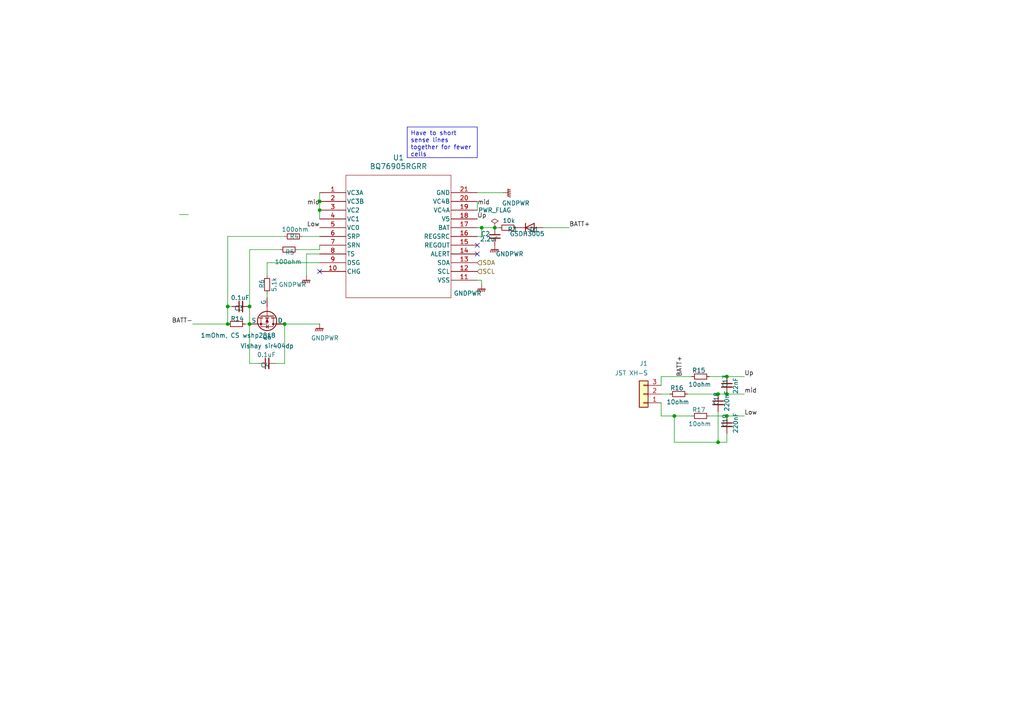
<source format=kicad_sch>
(kicad_sch (version 20231120) (generator "eeschema") (generator_version "8.0")
  (paper "A4")
  (title_block (date "2024-03-29") (rev "V1 Alpha"))
  (lib_symbols
    (symbol "BQ76905:BQ76905RGRR" (pin_names (offset 0.254))
      (property "Reference" "U" (at 22.86 10.16 0))
      (property "Value" "BQ76905RGRR" (at 22.86 7.62 0))
      (symbol "BQ76905RGRR_0_1"
        (polyline (pts (xy 7.62 -30.48) (xy 38.1 -30.48)) (stroke (width 0.127)))
        (polyline (pts (xy 7.62 5.08) (xy 7.62 -30.48)) (stroke (width 0.127)))
        (polyline (pts (xy 38.1 -30.48) (xy 38.1 5.08)) (stroke (width 0.127)))
        (polyline (pts (xy 38.1 5.08) (xy 7.62 5.08)) (stroke (width 0.127)))
        (pin unspecified line (at 0 0 0) (length 7.62) (name "VC3A") (number "1"))
        (pin unspecified line (at 0 -22.86 0) (length 7.62) (name "CHG") (number "10"))
        (pin power_out line (at 45.72 -25.4 180) (length 7.62) (name "VSS") (number "11"))
        (pin bidirectional line (at 45.72 -22.86 180) (length 7.62) (name "SCL") (number "12"))
        (pin bidirectional line (at 45.72 -20.32 180) (length 7.62) (name "SDA") (number "13"))
        (pin output line (at 45.72 -17.78 180) (length 7.62) (name "ALERT") (number "14"))
        (pin output line (at 45.72 -15.24 180) (length 7.62) (name "REGOUT") (number "15"))
        (pin unspecified line (at 45.72 -12.7 180) (length 7.62) (name "REGSRC") (number "16"))
        (pin power_in line (at 45.72 -10.16 180) (length 7.62) (name "BAT") (number "17"))
        (pin unspecified line (at 45.72 -7.62 180) (length 7.62) (name "V5") (number "18"))
        (pin unspecified line (at 45.72 -5.08 180) (length 7.62) (name "VC4A") (number "19"))
        (pin unspecified line (at 0 -2.54 0) (length 7.62) (name "VC3B") (number "2"))
        (pin unspecified line (at 45.72 -2.54 180) (length 7.62) (name "VC4B") (number "20"))
        (pin power_out line (at 45.72 0 180) (length 7.62) (name "GND") (number "21"))
        (pin unspecified line (at 0 -5.08 0) (length 7.62) (name "VC2") (number "3"))
        (pin unspecified line (at 0 -7.62 0) (length 7.62) (name "VC1") (number "4"))
        (pin unspecified line (at 0 -10.16 0) (length 7.62) (name "VC0") (number "5"))
        (pin unspecified line (at 0 -12.7 0) (length 7.62) (name "SRP") (number "6"))
        (pin unspecified line (at 0 -15.24 0) (length 7.62) (name "SRN") (number "7"))
        (pin unspecified line (at 0 -17.78 0) (length 7.62) (name "TS") (number "8"))
        (pin unspecified line (at 0 -20.32 0) (length 7.62) (name "DSG") (number "9"))
      )
    )
    (symbol "Connector_Generic:Conn_01x03" (pin_names (offset 1.016) hide)
      (property "Reference" "J" (at 0 5.08 0))
      (property "Value" "Conn_01x03" (at 0 -5.08 0))
      (symbol "Conn_01x03_1_1"
        (rectangle (start -1.27 -2.413) (end 0 -2.667) (stroke (width 0.1524)))
        (rectangle (start -1.27 0.127) (end 0 -0.127) (stroke (width 0.1524)))
        (rectangle (start -1.27 2.667) (end 0 2.413) (stroke (width 0.1524)))
        (rectangle (start -1.27 3.81) (end 1.27 -3.81) (stroke (width 0.254)) (fill (type background)))
        (pin passive line (at -5.08 2.54 0) (length 3.81) (name "Pin_1") (number "1"))
        (pin passive line (at -5.08 0 0) (length 3.81) (name "Pin_2") (number "2"))
        (pin passive line (at -5.08 -2.54 0) (length 3.81) (name "Pin_3") (number "3"))
      )
    )
    (symbol "Device:C_Small" (pin_numbers hide) (pin_names (offset 0.254) hide)
      (property "Reference" "C" (at 0.254 1.778 0))
      (property "Value" "C_Small" (at 0.254 -2.032 0))
      (symbol "C_Small_0_1"
        (polyline (pts (xy -1.524 -0.508) (xy 1.524 -0.508)) (stroke (width 0.3302)))
        (polyline (pts (xy -1.524 0.508) (xy 1.524 0.508)) (stroke (width 0.3048)))
      )
      (symbol "C_Small_1_1"
        (pin passive line (at 0 2.54 270) (length 2.032) (name "~") (number "1"))
        (pin passive line (at 0 -2.54 90) (length 2.032) (name "~") (number "2"))
      )
    )
    (symbol "Device:D" (pin_numbers hide) (pin_names (offset 1.016) hide)
      (property "Reference" "D" (at 0 2.54 0))
      (property "Value" "D" (at 0 -2.54 0))
      (symbol "D_0_1"
        (polyline (pts (xy -1.27 1.27) (xy -1.27 -1.27)) (stroke (width 0.254)))
        (polyline (pts (xy 1.27 0) (xy -1.27 0)))
        (polyline (pts (xy 1.27 1.27) (xy 1.27 -1.27) (xy -1.27 0) (xy 1.27 1.27)) (stroke (width 0.254)))
      )
      (symbol "D_1_1"
        (pin passive line (at -3.81 0 0) (length 2.54) (name "K") (number "1"))
        (pin passive line (at 3.81 0 180) (length 2.54) (name "A") (number "2"))
      )
    )
    (symbol "Device:R_Small" (pin_numbers hide) (pin_names (offset 0.254) hide)
      (property "Reference" "R" (at 0.762 0.508 0))
      (property "Value" "R_Small" (at 0.762 -1.016 0))
      (symbol "R_Small_0_1"
        (rectangle (start -0.762 1.778) (end 0.762 -1.778) (stroke (width 0.2032)))
      )
      (symbol "R_Small_1_1"
        (pin passive line (at 0 2.54 270) (length 0.762) (name "~") (number "1"))
        (pin passive line (at 0 -2.54 90) (length 0.762) (name "~") (number "2"))
      )
    )
    (symbol "NMOS_1" (pin_numbers hide) (pin_names (offset 0))
      (property "Reference" "Q3" (at 6.35 1.2701 0))
      (property "Value" "NMOS,12v,PPak" (at 6.35 -1.2699 0))
      (symbol "NMOS_1_0_1"
        (polyline (pts (xy 0.254 0) (xy -2.54 0)))
        (polyline (pts (xy 0.254 1.905) (xy 0.254 -1.905)) (stroke (width 0.254)))
        (polyline (pts (xy 0.762 -1.27) (xy 0.762 -2.286)) (stroke (width 0.254)))
        (polyline (pts (xy 0.762 0.508) (xy 0.762 -0.508)) (stroke (width 0.254)))
        (polyline (pts (xy 0.762 2.286) (xy 0.762 1.27)) (stroke (width 0.254)))
        (polyline (pts (xy 2.54 2.54) (xy 2.54 1.778)))
        (polyline (pts (xy 2.54 -2.54) (xy 2.54 0) (xy 0.762 0)))
        (polyline (pts (xy 0.762 -1.778) (xy 3.302 -1.778) (xy 3.302 1.778) (xy 0.762 1.778)))
        (polyline (pts (xy 1.016 0) (xy 2.032 0.381) (xy 2.032 -0.381) (xy 1.016 0)) (fill (type outline)))
        (polyline (pts (xy 2.794 0.508) (xy 2.921 0.381) (xy 3.683 0.381) (xy 3.81 0.254)))
        (polyline (pts (xy 3.302 0.381) (xy 2.921 -0.254) (xy 3.683 -0.254) (xy 3.302 0.381)))
        (circle (center 1.651 0) (radius 2.794) (stroke (width 0.254)))
        (circle (center 2.54 -1.778) (radius 0.254) (fill (type outline)))
        (circle (center 2.54 1.778) (radius 0.254) (fill (type outline)))
      )
      (symbol "NMOS_1_1_1"
        (pin passive line (at 2.54 5.08 270) (length 2.54) (name "D") (number "1"))
        (pin passive line (at 2.54 5.08 270) (length 2.54) (name "D") (number "2"))
        (pin passive line (at 2.54 5.08 270) (length 2.54) (name "D") (number "3"))
        (pin input line (at -5.08 0 0) (length 2.54) (name "G") (number "4"))
        (pin passive line (at 2.54 -5.08 90) (length 2.54) (name "S") (number "5"))
      )
    )
    (symbol "power:GNDPWR" (power) (pin_numbers hide) (pin_names (offset 0) hide)
      (property "Value" "GNDPWR" (at 0 -3.302 0))
      (symbol "GNDPWR_0_1"
        (polyline (pts (xy 0 -1.27) (xy 0 0)))
        (polyline (pts (xy -1.016 -1.27) (xy -1.27 -2.032) (xy -1.27 -2.032)) (stroke (width 0.2032)))
        (polyline (pts (xy -0.508 -1.27) (xy -0.762 -2.032) (xy -0.762 -2.032)) (stroke (width 0.2032)))
        (polyline (pts (xy 0 -1.27) (xy -0.254 -2.032) (xy -0.254 -2.032)) (stroke (width 0.2032)))
        (polyline (pts (xy 0.508 -1.27) (xy 0.254 -2.032) (xy 0.254 -2.032)) (stroke (width 0.2032)))
        (polyline (pts (xy 1.016 -1.27) (xy -1.016 -1.27) (xy -1.016 -1.27)) (stroke (width 0.2032)))
        (polyline (pts (xy 1.016 -1.27) (xy 0.762 -2.032) (xy 0.762 -2.032) (xy 0.762 -2.032)) (stroke (width 0.2032)))
      )
      (symbol "GNDPWR_1_1"
        (pin power_in line (at 0 0 270) (length 0) (name "~") (number "1"))
      )
    )
    (symbol "power:PWR_FLAG" (power) (pin_numbers hide) (pin_names (offset 0) hide)
      (property "Value" "PWR_FLAG" (at 0 3.81 0))
      (symbol "PWR_FLAG_0_0"
        (pin power_out line (at 0 0 90) (length 0) (name "~") (number "1"))
      )
      (symbol "PWR_FLAG_0_1"
        (polyline (pts (xy 0 0) (xy 0 1.27) (xy -1.016 1.905) (xy 0 2.54) (xy 1.016 1.905) (xy 0 1.27)))
      )
    )
  )
  (junction (at 72.39 93.98))
  (junction (at 210.82 109.22))
  (junction (at 82.55 93.98))
  (junction (at 92.71 60.96))
  (junction (at 72.39 88.9))
  (junction (at 210.82 120.65))
  (junction (at 143.51 66.04))
  (junction (at 92.71 58.42))
  (junction (at 195.58 120.65))
  (junction (at 66.04 88.9))
  (junction (at 210.82 114.3))
  (junction (at 139.7 66.04))
  (junction (at 208.28 128.27))
  (junction (at 66.04 93.98))
  (junction (at 208.28 114.3))
  (no_connect (at 138.43 71.12))
  (no_connect (at 138.43 73.66))
  (no_connect (at 92.71 78.74))
  (wire (pts (xy 86.36 72.39) (xy 92.71 72.39)))
  (wire (pts (xy 72.39 72.39) (xy 81.28 72.39)))
  (wire (pts (xy 52.07 62.23) (xy 54.61 62.23)))
  (wire (pts (xy 205.74 109.22) (xy 210.82 109.22)))
  (wire (pts (xy 138.43 68.58) (xy 139.7 68.58)))
  (wire (pts (xy 199.39 114.3) (xy 208.28 114.3)))
  (wire (pts (xy 80.01 105.41) (xy 82.55 105.41)))
  (wire (pts (xy 77.47 76.2) (xy 77.47 80.01)))
  (wire (pts (xy 92.71 58.42) (xy 92.71 60.96)))
  (wire (pts (xy 92.71 76.2) (xy 77.47 76.2)))
  (wire (pts (xy 208.28 119.38) (xy 208.28 128.27)))
  (wire (pts (xy 195.58 128.27) (xy 195.58 120.65)))
  (wire (pts (xy 191.77 116.84) (xy 191.77 120.65)))
  (wire (pts (xy 87.63 68.58) (xy 92.71 68.58)))
  (wire (pts (xy 88.9 73.66) (xy 92.71 73.66)))
  (wire (pts (xy 92.71 55.88) (xy 92.71 58.42)))
  (wire (pts (xy 92.71 60.96) (xy 92.71 63.5)))
  (wire (pts (xy 210.82 109.22) (xy 215.9 109.22)))
  (wire (pts (xy 200.66 109.22) (xy 191.77 109.22)))
  (wire (pts (xy 139.7 66.04) (xy 143.51 66.04)))
  (wire (pts (xy 72.39 72.39) (xy 72.39 88.9)))
  (wire (pts (xy 191.77 114.3) (xy 194.31 114.3)))
  (wire (pts (xy 82.55 93.98) (xy 92.71 93.98)))
  (wire (pts (xy 195.58 120.65) (xy 200.66 120.65)))
  (wire (pts (xy 191.77 120.65) (xy 195.58 120.65)))
  (wire (pts (xy 67.31 88.9) (xy 66.04 88.9)))
  (wire (pts (xy 88.9 80.01) (xy 88.9 73.66)))
  (wire (pts (xy 139.7 68.58) (xy 139.7 66.04)))
  (wire (pts (xy 210.82 125.73) (xy 210.82 128.27)))
  (wire (pts (xy 210.82 120.65) (xy 215.9 120.65)))
  (wire (pts (xy 138.43 81.28) (xy 139.7 81.28)))
  (wire (pts (xy 208.28 128.27) (xy 195.58 128.27)))
  (wire (pts (xy 205.74 120.65) (xy 210.82 120.65)))
  (wire (pts (xy 66.04 93.98) (xy 66.04 88.9)))
  (wire (pts (xy 66.04 68.58) (xy 82.55 68.58)))
  (wire (pts (xy 74.93 105.41) (xy 72.39 105.41)))
  (wire (pts (xy 82.55 105.41) (xy 82.55 93.98)))
  (wire (pts (xy 72.39 88.9) (xy 72.39 93.98)))
  (wire (pts (xy 143.51 66.04) (xy 144.78 66.04)))
  (wire (pts (xy 210.82 128.27) (xy 208.28 128.27)))
  (wire (pts (xy 138.43 66.04) (xy 139.7 66.04)))
  (wire (pts (xy 139.7 81.28) (xy 139.7 82.55)))
  (wire (pts (xy 71.12 93.98) (xy 72.39 93.98)))
  (wire (pts (xy 55.88 93.98) (xy 66.04 93.98)))
  (wire (pts (xy 210.82 114.3) (xy 215.9 114.3)))
  (wire (pts (xy 138.43 55.88) (xy 146.05 55.88)))
  (wire (pts (xy 191.77 109.22) (xy 191.77 111.76)))
  (wire (pts (xy 66.04 68.58) (xy 66.04 88.9)))
  (wire (pts (xy 157.48 66.04) (xy 165.1 66.04)))
  (wire (pts (xy 72.39 105.41) (xy 72.39 93.98)))
  (wire (pts (xy 138.43 58.42) (xy 138.43 60.96)))
  (wire (pts (xy 92.71 72.39) (xy 92.71 71.12)))
  (wire (pts (xy 77.47 85.09) (xy 77.47 86.36)))
  (wire (pts (xy 208.28 114.3) (xy 210.82 114.3)))
  (text_box "Have to short sense lines together for fewer cells" (at 118.11 36.83 0) (size 20.32 8.89) (effects (font (size 1.27 1.27)) (justify left top)))
  (label "Up" (at 215.9 109.22 0))
  (label "mid" (at 215.9 114.3 0))
  (label "BATT-" (at 55.88 93.98 180))
  (label "Up" (at 138.43 63.5 0))
  (label "Low" (at 215.9 120.65 0))
  (label "Low" (at 92.71 66.04 180))
  (label "mid" (at 92.71 59.69 180))
  (label "mid" (at 138.43 59.69 0))
  (label "BATT+" (at 198.12 109.22 90))
  (label "BATT+" (at 165.1 66.04 0))
  (hierarchical_label "SDA" (shape input) (at 138.43 76.2 0))
  (hierarchical_label "SCL" (shape input) (at 138.43 78.74 0))
  (symbol (lib_id "Device:C_Small") (at 69.85 88.9 90) (mirror x) (unit 1)
    (property "Reference" "C3" (at 70.612 89.408 90) (effects (justify left)))
    (property "Value" "0.1uF" (at 72.39 86.36 90) (effects (justify left)))
    (property "Footprint" "Capacitor_SMD:C_0603_1608Metric" (effects (hide yes)))
    (property "Description" "Unpolarized capacitor, small symbol" (effects (hide yes)))
  )
  (symbol (lib_id "Device:R_Small") (at 77.47 82.55 0) (mirror y) (unit 1)
    (property "Reference" "R6" (at 75.946 82.296 90))
    (property "Value" "5.1k" (at 79.502 82.55 90))
    (property "Footprint" "Resistor_SMD:R_0603_1608Metric" (effects (hide yes)))
    (property "Description" "Resistor, small symbol" (effects (hide yes)))
  )
  (symbol (lib_id "power:GNDPWR") (at 143.51 71.12 0) (unit 1)
    (property "Reference" "#PWR013" (effects (hide yes)))
    (property "Value" "GNDPWR" (at 147.828 73.66 0))
    (property "Description" "Power symbol creates a global label with name \"GNDPWR\" , global ground" (effects (hide yes)))
  )
  (symbol (lib_id "power:GNDPWR") (at 139.7 82.55 0) (unit 1)
    (property "Reference" "#PWR015" (effects (hide yes)))
    (property "Value" "GNDPWR" (at 135.636 85.09 0))
    (property "Description" "Power symbol creates a global label with name \"GNDPWR\" , global ground" (effects (hide yes)))
  )
  (symbol (lib_id "BQ76905:BQ76905RGRR") (at 92.71 55.88 0) (unit 1)
    (property "Reference" "U1" (at 115.57 45.72 0) (effects (font (size 1.524 1.524))))
    (property "Value" "BQ76905RGRR" (at 115.57 48.26 0) (effects (font (size 1.524 1.524))))
    (property "Footprint" "BQ76905:VQFN20_RGR_TEX" (effects (hide yes)))
    (property "Datasheet" "BQ76905RGRR" (effects (hide yes)))
  )
  (symbol (lib_id "Device:R_Small") (at 147.32 66.04 270) (unit 1)
    (property "Reference" "R3" (at 148.59 66.548 90))
    (property "Value" "10k" (at 147.574 64.008 90))
    (property "Footprint" "Resistor_SMD:R_0603_1608Metric" (effects (hide yes)))
    (property "Description" "Resistor, small symbol" (effects (hide yes)))
  )
  (symbol (lib_name "NMOS_1") (lib_id "Simulation_SPICE:NMOS") (at 77.47 91.44 270) (unit 1)
    (property "Reference" "Q6" (at 77.47 97.79 90))
    (property "Value" "Vishay sir404dp" (at 77.47 100.33 90))
    (property "Footprint" "Package_DFN_QFN:PQFN-8-EP_6x5mm_P1.27mm_Generic" (effects (hide yes)))
    (property "Datasheet" "https://ngspice.sourceforge.io/docs/ngspice-html-manual/manual.xhtml#cha_MOSFETs" (effects (hide yes)))
    (property "Description" "N-MOSFET transistor, drain/source/gate" (effects (hide yes)))
    (property "Sim.Device" "NMOS" (effects (hide yes)))
    (property "Sim.Type" "VDMOS" (effects (hide yes)))
    (property "Sim.Pins" "1=D 2=G 3=S" (effects (hide yes)))
  )
  (symbol (lib_id "power:GNDPWR") (at 88.9 80.01 0) (unit 1)
    (property "Reference" "#PWR014" (effects (hide yes)))
    (property "Value" "GNDPWR" (at 84.836 82.55 0))
    (property "Description" "Power symbol creates a global label with name \"GNDPWR\" , global ground" (effects (hide yes)))
  )
  (symbol (lib_id "Device:C_Small") (at 77.47 105.41 90) (mirror x) (unit 1)
    (property "Reference" "C4" (at 78.232 105.918 90) (effects (justify left)))
    (property "Value" "0.1uF" (at 80.01 102.87 90) (effects (justify left)))
    (property "Footprint" "Capacitor_SMD:C_0603_1608Metric" (effects (hide yes)))
    (property "Description" "Unpolarized capacitor, small symbol" (effects (hide yes)))
  )
  (symbol (lib_id "power:PWR_FLAG") (at 143.51 66.04 0) (unit 1)
    (property "Reference" "#FLG03" (effects (hide yes)))
    (property "Value" "PWR_FLAG" (at 143.51 60.96 0))
    (property "Description" "Special symbol for telling ERC where power comes from" (effects (hide yes)))
  )
  (symbol (lib_id "Device:R_Small") (at 196.85 114.3 270) (unit 1)
    (property "Reference" "R16" (at 196.342 112.522 90))
    (property "Value" "10ohm" (at 196.596 116.586 90))
    (property "Footprint" "Resistor_SMD:R_0603_1608Metric" (effects (hide yes)))
    (property "Description" "Resistor, small symbol" (effects (hide yes)))
  )
  (symbol (lib_id "Device:C_Small") (at 210.82 123.19 0) (mirror y) (unit 1)
    (property "Reference" "C19" (at 210.312 123.952 90) (effects (justify left)))
    (property "Value" "220nF" (at 213.36 125.73 90) (effects (justify left)))
    (property "Footprint" "Capacitor_SMD:C_0603_1608Metric" (effects (hide yes)))
    (property "Description" "Unpolarized capacitor, small symbol" (effects (hide yes)))
  )
  (symbol (lib_id "Device:C_Small") (at 208.28 116.84 0) (mirror y) (unit 1)
    (property "Reference" "C18" (at 207.772 117.602 90) (effects (justify left)))
    (property "Value" "220nF" (at 210.82 119.38 90) (effects (justify left)))
    (property "Footprint" "Capacitor_SMD:C_0603_1608Metric" (effects (hide yes)))
    (property "Description" "Unpolarized capacitor, small symbol" (effects (hide yes)))
  )
  (symbol (lib_id "Device:D") (at 153.67 66.04 0) (unit 1)
    (property "Reference" "D1" (at 154.94 66.548 0))
    (property "Value" "GSDH3005" (at 152.908 67.818 0))
    (property "Footprint" "Diode_SMD:D_0402_1005Metric" (effects (hide yes)))
    (property "Description" "Diode" (effects (hide yes)))
    (property "Sim.Device" "D" (effects (hide yes)))
    (property "Sim.Pins" "1=K 2=A" (effects (hide yes)))
  )
  (symbol (lib_id "Device:R_Small") (at 85.09 68.58 270) (unit 1)
    (property "Reference" "R4" (at 85.344 68.58 90))
    (property "Value" "100ohm" (at 85.598 66.548 90))
    (property "Footprint" "Resistor_SMD:R_0603_1608Metric" (effects (hide yes)))
    (property "Description" "Resistor, small symbol" (effects (hide yes)))
  )
  (symbol (lib_id "Device:R_Small") (at 68.58 93.98 270) (mirror x) (unit 1)
    (property "Reference" "R14" (at 68.834 92.456 90))
    (property "Value" "1mOhm, CS wshp2818" (at 69.088 97.282 90))
    (property "Footprint" "Resistor_SMD:R_2816_7142Metric" (effects (hide yes)))
    (property "Description" "Resistor, small symbol" (effects (hide yes)))
  )
  (symbol (lib_id "Device:R_Small") (at 83.82 72.39 270) (unit 1)
    (property "Reference" "R5" (at 84.074 73.152 90))
    (property "Value" "100ohm" (at 83.566 75.946 90))
    (property "Footprint" "Resistor_SMD:R_0603_1608Metric" (effects (hide yes)))
    (property "Description" "Resistor, small symbol" (effects (hide yes)))
  )
  (symbol (lib_id "Device:R_Small") (at 203.2 120.65 270) (unit 1)
    (property "Reference" "R17" (at 202.692 118.872 90))
    (property "Value" "10ohm" (at 202.946 122.936 90))
    (property "Footprint" "Resistor_SMD:R_0603_1608Metric" (effects (hide yes)))
    (property "Description" "Resistor, small symbol" (effects (hide yes)))
  )
  (symbol (lib_id "power:GNDPWR") (at 146.05 55.88 90) (unit 1)
    (property "Reference" "#PWR010" (effects (hide yes)))
    (property "Value" "GNDPWR" (at 149.606 58.928 90))
    (property "Description" "Power symbol creates a global label with name \"GNDPWR\" , global ground" (effects (hide yes)))
  )
  (symbol (lib_id "Device:C_Small") (at 143.51 68.58 0) (unit 1)
    (property "Reference" "C2" (at 139.446 67.818 0) (effects (justify left)))
    (property "Value" "2.2uf" (at 139.192 69.342 0) (effects (justify left)))
    (property "Footprint" "Capacitor_SMD:C_0603_1608Metric" (effects (hide yes)))
    (property "Description" "Unpolarized capacitor, small symbol" (effects (hide yes)))
  )
  (symbol (lib_id "Device:C_Small") (at 210.82 111.76 0) (mirror y) (unit 1)
    (property "Reference" "C13" (at 210.312 112.522 90) (effects (justify left)))
    (property "Value" "22nF" (at 213.36 114.3 90) (effects (justify left)))
    (property "Footprint" "Capacitor_SMD:C_0603_1608Metric" (effects (hide yes)))
    (property "Description" "Unpolarized capacitor, small symbol" (effects (hide yes)))
  )
  (symbol (lib_id "power:GNDPWR") (at 92.71 93.98 0) (unit 1)
    (property "Reference" "#PWR016" (effects (hide yes)))
    (property "Value" "GNDPWR" (at 94.234 98.044 0))
    (property "Description" "Power symbol creates a global label with name \"GNDPWR\" , global ground" (effects (hide yes)))
  )
  (symbol (lib_id "Connector_Generic:Conn_01x03") (at 186.69 114.3 180) (unit 1)
    (property "Reference" "J1" (at 186.69 105.41 0))
    (property "Value" "JST XH-S" (at 183.134 108.204 0))
    (property "Footprint" "Connector_JST:JST_XH_S3B-XH-A_1x03_P2.50mm_Horizontal" (effects (hide yes)))
    (property "Description" "Generic connector, single row, 01x03, script generated (kicad-library-utils/schlib/autogen/connector/)" (effects (hide yes)))
  )
  (symbol (lib_id "Device:R_Small") (at 203.2 109.22 270) (unit 1)
    (property "Reference" "R15" (at 202.692 107.442 90))
    (property "Value" "10ohm" (at 202.946 111.506 90))
    (property "Footprint" "Resistor_SMD:R_0603_1608Metric" (effects (hide yes)))
    (property "Description" "Resistor, small symbol" (effects (hide yes)))
  )
)
</source>
